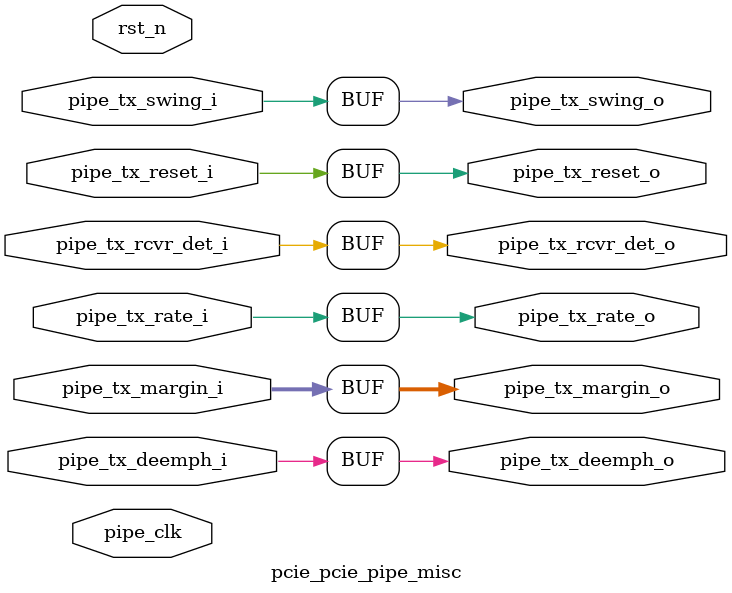
<source format=v>

`timescale 1ps/1ps

module pcie_pcie_pipe_misc #
(
    parameter        PIPE_PIPELINE_STAGES = 0    // 0 - 0 stages, 1 - 1 stage, 2 - 2 stages
)
(

    input   wire        pipe_tx_rcvr_det_i       ,     // PIPE Tx Receiver Detect
    input   wire        pipe_tx_reset_i          ,     // PIPE Tx Reset
    input   wire        pipe_tx_rate_i           ,     // PIPE Tx Rate
    input   wire        pipe_tx_deemph_i         ,     // PIPE Tx Deemphasis
    input   wire [2:0]  pipe_tx_margin_i         ,     // PIPE Tx Margin
    input   wire        pipe_tx_swing_i          ,     // PIPE Tx Swing

    output  wire        pipe_tx_rcvr_det_o       ,     // Pipelined PIPE Tx Receiver Detect
    output  wire        pipe_tx_reset_o          ,     // Pipelined PIPE Tx Reset
    output  wire        pipe_tx_rate_o           ,     // Pipelined PIPE Tx Rate
    output  wire        pipe_tx_deemph_o         ,     // Pipelined PIPE Tx Deemphasis
    output  wire [2:0]  pipe_tx_margin_o         ,     // Pipelined PIPE Tx Margin
    output  wire        pipe_tx_swing_o          ,     // Pipelined PIPE Tx Swing

    input   wire        pipe_clk                ,      // PIPE Clock
    input   wire        rst_n                          // Reset
);

//******************************************************************//
// Reality check.                                                   //
//******************************************************************//

    parameter TCQ  = 1;      // clock to out delay model

    generate

    if (PIPE_PIPELINE_STAGES == 0) begin : pipe_stages_0

        assign pipe_tx_rcvr_det_o = pipe_tx_rcvr_det_i;
        assign pipe_tx_reset_o  = pipe_tx_reset_i;
        assign pipe_tx_rate_o = pipe_tx_rate_i;
        assign pipe_tx_deemph_o = pipe_tx_deemph_i;
        assign pipe_tx_margin_o = pipe_tx_margin_i;
        assign pipe_tx_swing_o = pipe_tx_swing_i;

    end // if (PIPE_PIPELINE_STAGES == 0)
    else if (PIPE_PIPELINE_STAGES == 1) begin : pipe_stages_1

    reg                pipe_tx_rcvr_det_q       ;
    reg                pipe_tx_reset_q          ;
    reg                pipe_tx_rate_q           ;
    reg                pipe_tx_deemph_q         ;
    reg [2:0]          pipe_tx_margin_q         ;
    reg                pipe_tx_swing_q          ;

        always @(posedge pipe_clk) begin

        if (rst_n)
        begin

            pipe_tx_rcvr_det_q <= #TCQ 0;
            pipe_tx_reset_q  <= #TCQ 1'b1;
            pipe_tx_rate_q <= #TCQ 0;
            pipe_tx_deemph_q <= #TCQ 1'b1;
            pipe_tx_margin_q <= #TCQ 0;
            pipe_tx_swing_q <= #TCQ 0;

        end
        else
        begin

            pipe_tx_rcvr_det_q <= #TCQ pipe_tx_rcvr_det_i;
            pipe_tx_reset_q  <= #TCQ pipe_tx_reset_i;
            pipe_tx_rate_q <= #TCQ pipe_tx_rate_i;
            pipe_tx_deemph_q <= #TCQ pipe_tx_deemph_i;
            pipe_tx_margin_q <= #TCQ pipe_tx_margin_i;
            pipe_tx_swing_q <= #TCQ pipe_tx_swing_i;

          end

        end

        assign pipe_tx_rcvr_det_o = pipe_tx_rcvr_det_q;
        assign pipe_tx_reset_o  = pipe_tx_reset_q;
        assign pipe_tx_rate_o = pipe_tx_rate_q;
        assign pipe_tx_deemph_o = pipe_tx_deemph_q;
        assign pipe_tx_margin_o = pipe_tx_margin_q;
        assign pipe_tx_swing_o = pipe_tx_swing_q;

    end // if (PIPE_PIPELINE_STAGES == 1)
    else if (PIPE_PIPELINE_STAGES == 2) begin : pipe_stages_2

    reg                pipe_tx_rcvr_det_q       ;
    reg                pipe_tx_reset_q          ;
    reg                pipe_tx_rate_q           ;
    reg                pipe_tx_deemph_q         ;
    reg [2:0]          pipe_tx_margin_q         ;
    reg                pipe_tx_swing_q          ;

    reg                pipe_tx_rcvr_det_qq      ;
    reg                pipe_tx_reset_qq         ;
    reg                pipe_tx_rate_qq          ;
    reg                pipe_tx_deemph_qq        ;
    reg [2:0]          pipe_tx_margin_qq        ;
    reg                pipe_tx_swing_qq         ;

        always @(posedge pipe_clk) begin

        if (rst_n)
        begin

            pipe_tx_rcvr_det_q <= #TCQ 0;
            pipe_tx_reset_q  <= #TCQ 1'b1;
            pipe_tx_rate_q <= #TCQ 0;
            pipe_tx_deemph_q <= #TCQ 1'b1;
            pipe_tx_margin_q <= #TCQ 0;
            pipe_tx_swing_q <= #TCQ 0;

            pipe_tx_rcvr_det_qq <= #TCQ 0;
            pipe_tx_reset_qq  <= #TCQ 1'b1;
            pipe_tx_rate_qq <= #TCQ 0;
            pipe_tx_deemph_qq <= #TCQ 1'b1;
            pipe_tx_margin_qq <= #TCQ 0;
            pipe_tx_swing_qq <= #TCQ 0;

        end
        else
        begin

            pipe_tx_rcvr_det_q <= #TCQ pipe_tx_rcvr_det_i;
            pipe_tx_reset_q  <= #TCQ pipe_tx_reset_i;
            pipe_tx_rate_q <= #TCQ pipe_tx_rate_i;
            pipe_tx_deemph_q <= #TCQ pipe_tx_deemph_i;
            pipe_tx_margin_q <= #TCQ pipe_tx_margin_i;
            pipe_tx_swing_q <= #TCQ pipe_tx_swing_i;

            pipe_tx_rcvr_det_qq <= #TCQ pipe_tx_rcvr_det_q;
            pipe_tx_reset_qq  <= #TCQ pipe_tx_reset_q;
            pipe_tx_rate_qq <= #TCQ pipe_tx_rate_q;
            pipe_tx_deemph_qq <= #TCQ pipe_tx_deemph_q;
            pipe_tx_margin_qq <= #TCQ pipe_tx_margin_q;
            pipe_tx_swing_qq <= #TCQ pipe_tx_swing_q;

          end

        end

        assign pipe_tx_rcvr_det_o = pipe_tx_rcvr_det_qq;
        assign pipe_tx_reset_o  = pipe_tx_reset_qq;
        assign pipe_tx_rate_o = pipe_tx_rate_qq;
        assign pipe_tx_deemph_o = pipe_tx_deemph_qq;
        assign pipe_tx_margin_o = pipe_tx_margin_qq;
        assign pipe_tx_swing_o = pipe_tx_swing_qq;

    end // if (PIPE_PIPELINE_STAGES == 2)

    endgenerate

endmodule


</source>
